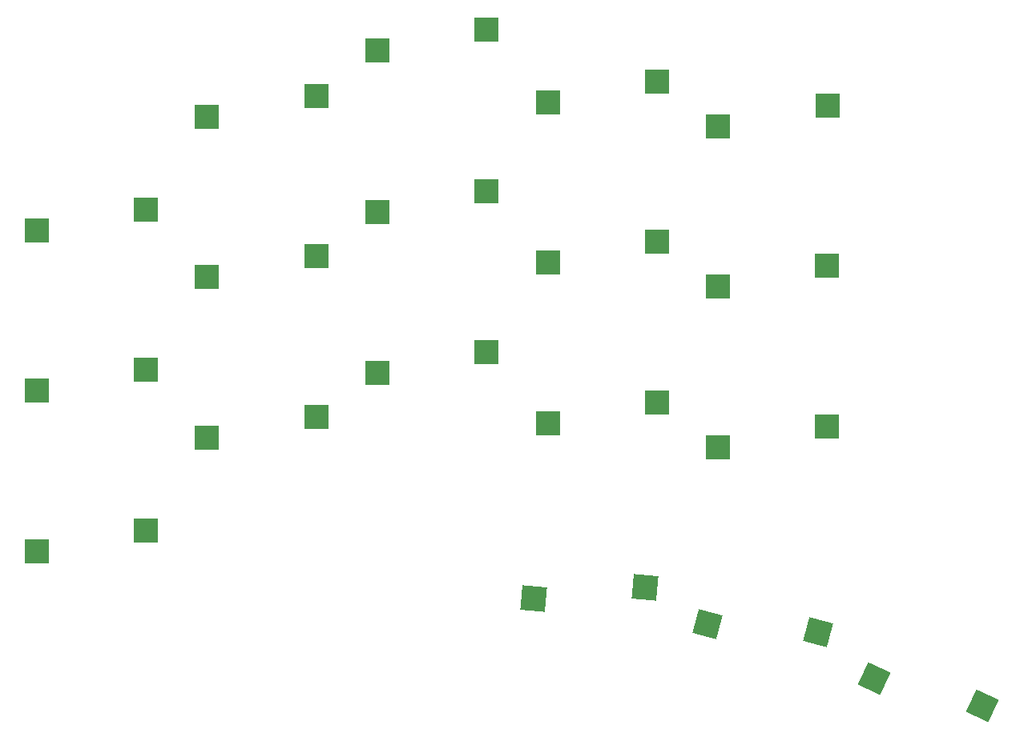
<source format=gbr>
%TF.GenerationSoftware,KiCad,Pcbnew,(6.0.8)*%
%TF.CreationDate,2022-12-01T16:35:38-08:00*%
%TF.ProjectId,half-swept,68616c66-2d73-4776-9570-742e6b696361,rev?*%
%TF.SameCoordinates,Original*%
%TF.FileFunction,Paste,Top*%
%TF.FilePolarity,Positive*%
%FSLAX46Y46*%
G04 Gerber Fmt 4.6, Leading zero omitted, Abs format (unit mm)*
G04 Created by KiCad (PCBNEW (6.0.8)) date 2022-12-01 16:35:38*
%MOMM*%
%LPD*%
G01*
G04 APERTURE LIST*
G04 Aperture macros list*
%AMRotRect*
0 Rectangle, with rotation*
0 The origin of the aperture is its center*
0 $1 length*
0 $2 width*
0 $3 Rotation angle, in degrees counterclockwise*
0 Add horizontal line*
21,1,$1,$2,0,0,$3*%
G04 Aperture macros list end*
%ADD10R,2.600000X2.600000*%
%ADD11RotRect,2.600000X2.600000X155.000000*%
%ADD12RotRect,2.600000X2.600000X165.000000*%
%ADD13RotRect,2.600000X2.600000X175.000000*%
G04 APERTURE END LIST*
D10*
%TO.C,SW2*%
X19351865Y-47255002D03*
X30901865Y-45055002D03*
%TD*%
%TO.C,SW3*%
X37351867Y-35255002D03*
X48901867Y-33055002D03*
%TD*%
%TO.C,SW4*%
X55351864Y-28255002D03*
X66901864Y-26055002D03*
%TD*%
%TO.C,SW5*%
X73351865Y-33755003D03*
X84901865Y-31555003D03*
%TD*%
%TO.C,SW6*%
X91351863Y-36255002D03*
X102901863Y-34055002D03*
%TD*%
%TO.C,SW8*%
X19351865Y-64255002D03*
X30901865Y-62055002D03*
%TD*%
%TO.C,SW9*%
X37351867Y-52229002D03*
X48901867Y-50029002D03*
%TD*%
%TO.C,SW10*%
X55351866Y-45371002D03*
X66901866Y-43171002D03*
%TD*%
%TO.C,SW11*%
X73351867Y-50705005D03*
X84901867Y-48505005D03*
%TD*%
%TO.C,SW12*%
X91331865Y-53245002D03*
X102881865Y-51045002D03*
%TD*%
%TO.C,SW14*%
X19351865Y-81254999D03*
X30901865Y-79054999D03*
%TD*%
%TO.C,SW15*%
X37351864Y-69247001D03*
X48901864Y-67047001D03*
%TD*%
%TO.C,SW16*%
X55351863Y-62389003D03*
X66901863Y-60189003D03*
%TD*%
%TO.C,SW17*%
X73351865Y-67723005D03*
X84901865Y-65523005D03*
%TD*%
%TO.C,SW18*%
X91325519Y-70263002D03*
X102875519Y-68063002D03*
%TD*%
D11*
%TO.C,SW20*%
X107844130Y-94713457D03*
X119241745Y-97600820D03*
%TD*%
D12*
%TO.C,SW21*%
X90223483Y-88904629D03*
X101949328Y-89768952D03*
%TD*%
D13*
%TO.C,SW1*%
X71895750Y-86246923D03*
X83593541Y-85061944D03*
%TD*%
M02*

</source>
